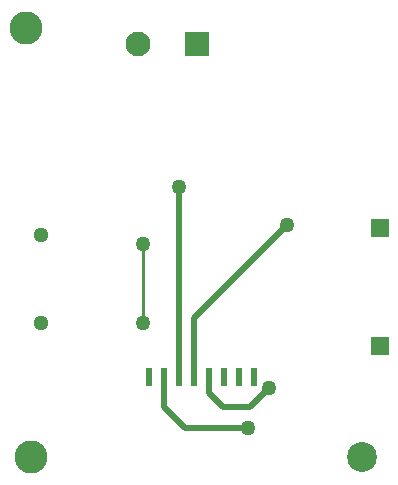
<source format=gbr>
%TF.GenerationSoftware,Altium Limited,Altium Designer,20.0.13 (296)*%
G04 Layer_Physical_Order=2*
G04 Layer_Color=16711680*
%FSLAX45Y45*%
%MOMM*%
%TF.FileFunction,Copper,L2,Bot,Signal*%
%TF.Part,Single*%
G01*
G75*
%TA.AperFunction,Conductor*%
%ADD27C,0.50000*%
%TA.AperFunction,ComponentPad*%
%ADD28C,2.10000*%
%ADD29R,2.10000X2.10000*%
%ADD30R,1.50000X1.50000*%
%ADD31C,1.28000*%
%ADD32R,0.60000X1.60000*%
%TA.AperFunction,ViaPad*%
%ADD33C,1.27000*%
%ADD34C,2.53000*%
%ADD35C,2.80000*%
%TA.AperFunction,Conductor*%
%ADD36C,0.25400*%
D27*
X13398500Y7335520D02*
Y7467600D01*
Y7335520D02*
X13512801Y7221220D01*
X13749020D01*
X13903960Y7376160D01*
X13271500Y7467600D02*
Y7970520D01*
X14056360Y8755380D01*
X13144501Y7467600D02*
Y9077960D01*
X13192760Y7038340D02*
X13728700D01*
X13017500Y7213600D02*
X13192760Y7038340D01*
X13017500Y7213600D02*
Y7467600D01*
D28*
X12796901Y10287000D02*
D03*
D29*
X13296899D02*
D03*
D30*
X14846300Y8733572D02*
D03*
Y7734300D02*
D03*
D31*
X11976100Y8675527D02*
D03*
Y7926227D02*
D03*
D32*
X13525500Y7467600D02*
D03*
X13398500D02*
D03*
X13271500D02*
D03*
X13144501D02*
D03*
X13017500D02*
D03*
X12890500D02*
D03*
X13652521D02*
D03*
X13776961D02*
D03*
D33*
X12839700Y7924800D02*
D03*
Y8597900D02*
D03*
X13903960Y7376160D02*
D03*
X14056360Y8755380D02*
D03*
X13144501Y9077960D02*
D03*
X13728700Y7038340D02*
D03*
D34*
X14693900Y6794500D02*
D03*
D35*
X11887200D02*
D03*
X11849100Y10426700D02*
D03*
D36*
X12839700Y7924800D02*
Y8572500D01*
%TF.MD5,224b50f37cb23e7c7c87118af833462b*%
M02*

</source>
